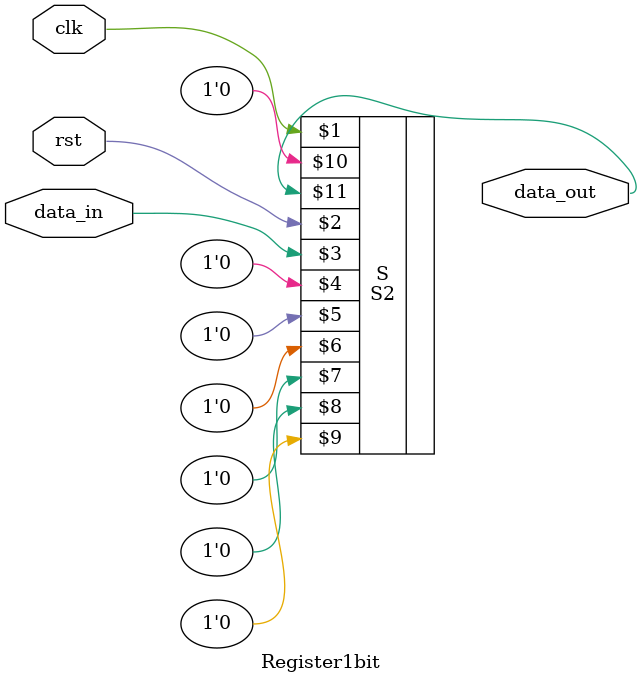
<source format=v>
module Register1bit (input clk, rst, data_in, output data_out);
    S2 S (clk, rst, data_in, 1'b0, 1'b0, 1'b0, 1'b0, 1'b0, 1'b0, 1'b0, data_out);
endmodule

</source>
